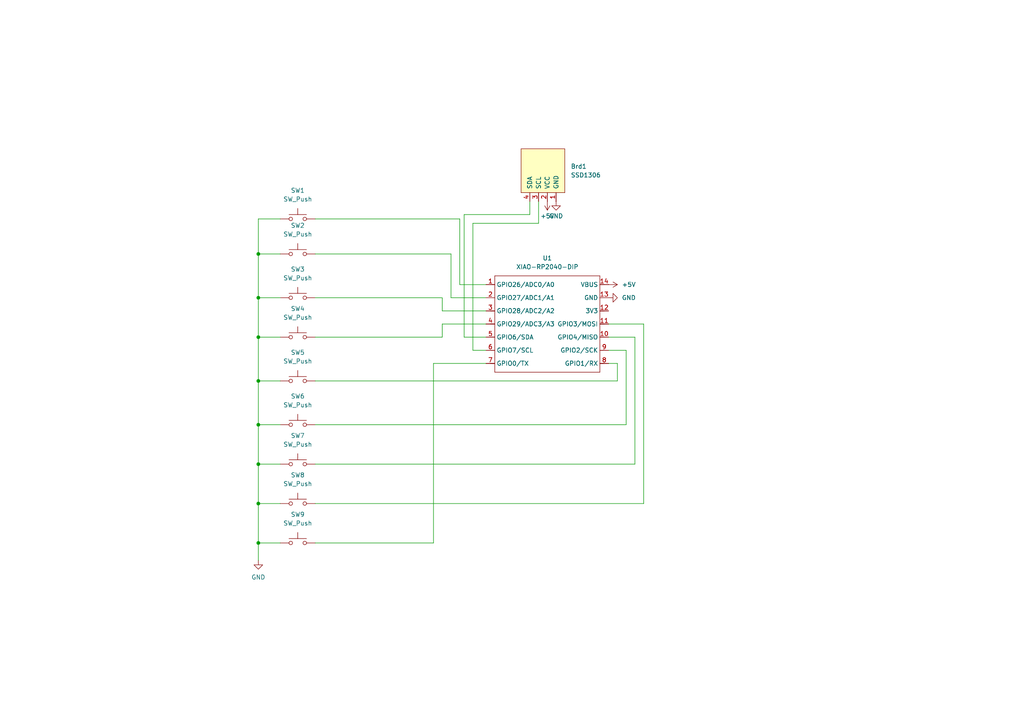
<source format=kicad_sch>
(kicad_sch (version 20250114) (generator "eeschema") (generator_version "9.0")
  (paper "A4")
  (lib_symbols
    (symbol "SSD1306-128x64_OLED:SSD1306" (pin_names (offset 1.016))
      (property "Reference" "Brd" (at 0 -3.81 0))
      (property "Value" "SSD1306" (at 0 -1.27 0))
      (symbol "SSD1306_0_1"
        (rectangle (start -6.35 6.35) (end 6.35 -6.35) (fill (type background)))
      )
      (symbol "SSD1306_1_1"
        (pin input line (at -3.81 8.89 270) (length 2.54) (name "GND") (number "1"))
        (pin input line (at -1.27 8.89 270) (length 2.54) (name "VCC") (number "2"))
        (pin input line (at 1.27 8.89 270) (length 2.54) (name "SCL") (number "3"))
        (pin input line (at 3.81 8.89 270) (length 2.54) (name "SDA") (number "4"))
      )
    )
    (symbol "Seeed_Studio_XIAO_Series:XIAO-RP2040-DIP"
      (property "Reference" "U" (at 0 0 0))
      (property "Value" "XIAO-RP2040-DIP" (at 5.334 -1.778 0))
      (symbol "XIAO-RP2040-DIP_1_0"
        (polyline (pts (xy -1.27 -2.54) (xy 29.21 -2.54)) (stroke (width 0.1524)))
        (polyline (pts (xy -1.27 -5.08) (xy -2.54 -5.08)) (stroke (width 0.1524)))
        (polyline (pts (xy -1.27 -5.08) (xy -1.27 -2.54)) (stroke (width 0.1524)))
        (polyline (pts (xy -1.27 -8.89) (xy -2.54 -8.89)) (stroke (width 0.1524)))
        (polyline (pts (xy -1.27 -8.89) (xy -1.27 -5.08)) (stroke (width 0.1524)))
        (polyline (pts (xy -1.27 -12.7) (xy -2.54 -12.7)) (stroke (width 0.1524)))
        (polyline (pts (xy -1.27 -12.7) (xy -1.27 -8.89)) (stroke (width 0.1524)))
        (polyline (pts (xy -1.27 -16.51) (xy -2.54 -16.51)) (stroke (width 0.1524)))
        (polyline (pts (xy -1.27 -16.51) (xy -1.27 -12.7)) (stroke (width 0.1524)))
        (polyline (pts (xy -1.27 -20.32) (xy -2.54 -20.32)) (stroke (width 0.1524)))
        (polyline (pts (xy -1.27 -24.13) (xy -2.54 -24.13)) (stroke (width 0.1524)))
        (polyline (pts (xy -1.27 -27.94) (xy -2.54 -27.94)) (stroke (width 0.1524)))
        (polyline (pts (xy -1.27 -30.48) (xy -1.27 -16.51)) (stroke (width 0.1524)))
        (polyline (pts (xy 29.21 -2.54) (xy 29.21 -5.08)) (stroke (width 0.1524)))
        (polyline (pts (xy 29.21 -5.08) (xy 29.21 -8.89)) (stroke (width 0.1524)))
        (polyline (pts (xy 29.21 -8.89) (xy 29.21 -12.7)) (stroke (width 0.1524)))
        (polyline (pts (xy 29.21 -12.7) (xy 29.21 -30.48)) (stroke (width 0.1524)))
        (polyline (pts (xy 29.21 -30.48) (xy -1.27 -30.48)) (stroke (width 0.1524)))
        (polyline (pts (xy 30.48 -5.08) (xy 29.21 -5.08)) (stroke (width 0.1524)))
        (polyline (pts (xy 30.48 -8.89) (xy 29.21 -8.89)) (stroke (width 0.1524)))
        (polyline (pts (xy 30.48 -12.7) (xy 29.21 -12.7)) (stroke (width 0.1524)))
        (polyline (pts (xy 30.48 -16.51) (xy 29.21 -16.51)) (stroke (width 0.1524)))
        (polyline (pts (xy 30.48 -20.32) (xy 29.21 -20.32)) (stroke (width 0.1524)))
        (polyline (pts (xy 30.48 -24.13) (xy 29.21 -24.13)) (stroke (width 0.1524)))
        (polyline (pts (xy 30.48 -27.94) (xy 29.21 -27.94)) (stroke (width 0.1524)))
        (pin passive line (at -3.81 -5.08 0) (length 2.54) (name "GPIO26/ADC0/A0") (number "1"))
        (pin passive line (at -3.81 -8.89 0) (length 2.54) (name "GPIO27/ADC1/A1") (number "2"))
        (pin passive line (at -3.81 -12.7 0) (length 2.54) (name "GPIO28/ADC2/A2") (number "3"))
        (pin passive line (at -3.81 -16.51 0) (length 2.54) (name "GPIO29/ADC3/A3") (number "4"))
        (pin passive line (at -3.81 -20.32 0) (length 2.54) (name "GPIO6/SDA") (number "5"))
        (pin passive line (at -3.81 -24.13 0) (length 2.54) (name "GPIO7/SCL") (number "6"))
        (pin passive line (at -3.81 -27.94 0) (length 2.54) (name "GPIO0/TX") (number "7"))
        (pin passive line (at 31.75 -5.08 180) (length 2.54) (name "VBUS") (number "14"))
        (pin passive line (at 31.75 -8.89 180) (length 2.54) (name "GND") (number "13"))
        (pin passive line (at 31.75 -12.7 180) (length 2.54) (name "3V3") (number "12"))
        (pin passive line (at 31.75 -16.51 180) (length 2.54) (name "GPIO3/MOSI") (number "11"))
        (pin passive line (at 31.75 -20.32 180) (length 2.54) (name "GPIO4/MISO") (number "10"))
        (pin passive line (at 31.75 -24.13 180) (length 2.54) (name "GPIO2/SCK") (number "9"))
        (pin passive line (at 31.75 -27.94 180) (length 2.54) (name "GPIO1/RX") (number "8"))
      )
    )
    (symbol "Switch:SW_Push" (pin_numbers (hide yes)) (pin_names (offset 1.016) (hide yes))
      (property "Reference" "SW" (at 1.27 2.54 0))
      (property "Value" "SW_Push" (at 0 -1.524 0))
      (symbol "SW_Push_0_1"
        (circle (center -2.032 0) (radius 0.508))
        (polyline (pts (xy 0 1.27) (xy 0 3.048)))
        (circle (center 2.032 0) (radius 0.508))
        (polyline (pts (xy 2.54 1.27) (xy -2.54 1.27)))
        (pin passive line (at -5.08 0 0) (length 2.54) (name "1") (number "1"))
        (pin passive line (at 5.08 0 180) (length 2.54) (name "2") (number "2"))
      )
    )
    (symbol "power:+5V" (power) (pin_numbers (hide yes)) (pin_names (offset 0) (hide yes))
      (property "Value" "+5V" (at 0 3.556 0))
      (symbol "+5V_0_1"
        (polyline (pts (xy -0.762 1.27) (xy 0 2.54)))
        (polyline (pts (xy 0 2.54) (xy 0.762 1.27)))
        (polyline (pts (xy 0 0) (xy 0 2.54)))
      )
      (symbol "+5V_1_1"
        (pin power_in line (at 0 0 90) (length 0) (name "~") (number "1"))
      )
    )
    (symbol "power:GND" (power) (pin_numbers (hide yes)) (pin_names (offset 0) (hide yes))
      (property "Value" "GND" (at 0 -3.81 0))
      (symbol "GND_0_1"
        (polyline (pts (xy 0 0) (xy 0 -1.27) (xy 1.27 -1.27) (xy 0 -2.54) (xy -1.27 -1.27) (xy 0 -1.27)))
      )
      (symbol "GND_1_1"
        (pin power_in line (at 0 0 270) (length 0) (name "~") (number "1"))
      )
    )
  )
  (junction (at 74.93 123.19))
  (junction (at 74.93 73.66))
  (junction (at 74.93 134.62))
  (junction (at 74.93 110.49))
  (junction (at 74.93 146.05))
  (junction (at 74.93 86.36))
  (junction (at 74.93 97.79))
  (junction (at 74.93 157.48))
  (wire (pts (xy 74.93 86.36) (xy 74.93 97.79)))
  (wire (pts (xy 153.67 62.23) (xy 153.67 58.42)))
  (wire (pts (xy 133.35 63.5) (xy 133.35 82.55)))
  (wire (pts (xy 91.44 97.79) (xy 128.27 97.79)))
  (wire (pts (xy 133.35 82.55) (xy 140.97 82.55)))
  (wire (pts (xy 130.81 73.66) (xy 130.81 86.36)))
  (wire (pts (xy 74.93 97.79) (xy 81.28 97.79)))
  (wire (pts (xy 128.27 93.98) (xy 140.97 93.98)))
  (wire (pts (xy 91.44 123.19) (xy 181.61 123.19)))
  (wire (pts (xy 156.21 58.42) (xy 156.21 64.77)))
  (wire (pts (xy 91.44 134.62) (xy 184.15 134.62)))
  (wire (pts (xy 74.93 97.79) (xy 74.93 110.49)))
  (wire (pts (xy 181.61 123.19) (xy 181.61 101.6)))
  (wire (pts (xy 91.44 86.36) (xy 128.27 86.36)))
  (wire (pts (xy 128.27 86.36) (xy 128.27 90.17)))
  (wire (pts (xy 179.07 110.49) (xy 179.07 105.41)))
  (wire (pts (xy 137.16 101.6) (xy 140.97 101.6)))
  (wire (pts (xy 184.15 97.79) (xy 176.53 97.79)))
  (wire (pts (xy 74.93 134.62) (xy 81.28 134.62)))
  (wire (pts (xy 74.93 157.48) (xy 81.28 157.48)))
  (wire (pts (xy 179.07 105.41) (xy 176.53 105.41)))
  (wire (pts (xy 74.93 123.19) (xy 81.28 123.19)))
  (wire (pts (xy 91.44 63.5) (xy 133.35 63.5)))
  (wire (pts (xy 125.73 105.41) (xy 140.97 105.41)))
  (wire (pts (xy 156.21 64.77) (xy 137.16 64.77)))
  (wire (pts (xy 91.44 110.49) (xy 179.07 110.49)))
  (wire (pts (xy 74.93 146.05) (xy 74.93 157.48)))
  (wire (pts (xy 74.93 123.19) (xy 74.93 134.62)))
  (wire (pts (xy 74.93 134.62) (xy 74.93 146.05)))
  (wire (pts (xy 125.73 157.48) (xy 125.73 105.41)))
  (wire (pts (xy 140.97 97.79) (xy 134.62 97.79)))
  (wire (pts (xy 74.93 73.66) (xy 74.93 86.36)))
  (wire (pts (xy 74.93 63.5) (xy 74.93 73.66)))
  (wire (pts (xy 128.27 97.79) (xy 128.27 93.98)))
  (wire (pts (xy 181.61 101.6) (xy 176.53 101.6)))
  (wire (pts (xy 74.93 146.05) (xy 81.28 146.05)))
  (wire (pts (xy 128.27 90.17) (xy 140.97 90.17)))
  (wire (pts (xy 74.93 110.49) (xy 74.93 123.19)))
  (wire (pts (xy 186.69 93.98) (xy 176.53 93.98)))
  (wire (pts (xy 91.44 157.48) (xy 125.73 157.48)))
  (wire (pts (xy 130.81 86.36) (xy 140.97 86.36)))
  (wire (pts (xy 74.93 73.66) (xy 81.28 73.66)))
  (wire (pts (xy 74.93 86.36) (xy 81.28 86.36)))
  (wire (pts (xy 134.62 62.23) (xy 153.67 62.23)))
  (wire (pts (xy 134.62 97.79) (xy 134.62 62.23)))
  (wire (pts (xy 81.28 63.5) (xy 74.93 63.5)))
  (wire (pts (xy 74.93 110.49) (xy 81.28 110.49)))
  (wire (pts (xy 184.15 134.62) (xy 184.15 97.79)))
  (wire (pts (xy 137.16 64.77) (xy 137.16 101.6)))
  (wire (pts (xy 91.44 73.66) (xy 130.81 73.66)))
  (wire (pts (xy 186.69 146.05) (xy 186.69 93.98)))
  (wire (pts (xy 91.44 146.05) (xy 186.69 146.05)))
  (wire (pts (xy 74.93 157.48) (xy 74.93 162.56)))
  (symbol (lib_id "power:+5V") (at 176.53 82.55 270) (unit 1)
    (property "Reference" "#PWR04" (effects (hide yes)))
    (property "Value" "+5V" (at 180.34 82.5499 90) (effects (justify left)))
    (property "Description" "Power symbol creates a global label with name \"+5V\"" (effects (hide yes)))
  )
  (symbol (lib_id "power:GND") (at 161.29 58.42 0) (unit 1)
    (property "Reference" "#PWR01" (effects (hide yes)))
    (property "Value" "GND" (at 161.29 62.66 0))
    (property "Description" "Power symbol creates a global label with name \"GND\" , ground" (effects (hide yes)))
  )
  (symbol (lib_id "power:+5V") (at 158.75 58.42 180) (unit 1)
    (property "Reference" "#PWR02" (effects (hide yes)))
    (property "Value" "+5V" (at 158.75 62.66 0))
    (property "Description" "Power symbol creates a global label with name \"+5V\"" (effects (hide yes)))
  )
  (symbol (lib_id "Switch:SW_Push") (at 86.36 110.49 0) (unit 1)
    (property "Reference" "SW5" (at 86.36 102.23 0))
    (property "Value" "SW_Push" (at 86.36 104.77 0))
    (property "Footprint" "Button_Switch_Keyboard:SW_Cherry_MX_1.00u_PCB" (effects (hide yes)))
    (property "Description" "Push button switch, generic, two pins" (effects (hide yes)))
  )
  (symbol (lib_id "Switch:SW_Push") (at 86.36 146.05 0) (unit 1)
    (property "Reference" "SW8" (at 86.36 137.79 0))
    (property "Value" "SW_Push" (at 86.36 140.33 0))
    (property "Footprint" "Button_Switch_Keyboard:SW_Cherry_MX_1.00u_PCB" (effects (hide yes)))
    (property "Description" "Push button switch, generic, two pins" (effects (hide yes)))
  )
  (symbol (lib_id "Switch:SW_Push") (at 86.36 63.5 0) (unit 1)
    (property "Reference" "SW1" (at 86.36 55.24 0))
    (property "Value" "SW_Push" (at 86.36 57.78 0))
    (property "Footprint" "Button_Switch_Keyboard:SW_Cherry_MX_1.00u_PCB" (effects (hide yes)))
    (property "Description" "Push button switch, generic, two pins" (effects (hide yes)))
  )
  (symbol (lib_id "Seeed_Studio_XIAO_Series:XIAO-RP2040-DIP") (at 144.78 77.47 0) (unit 1)
    (property "Reference" "U1" (at 158.75 74.87 0))
    (property "Value" "XIAO-RP2040-DIP" (at 158.75 77.41 0))
    (property "Footprint" "Seeed Studio XIAO Series Library:XIAO-RP2040-DIP" (effects (hide yes)))
  )
  (symbol (lib_id "Switch:SW_Push") (at 86.36 86.36 0) (unit 1)
    (property "Reference" "SW3" (at 86.36 78.1 0))
    (property "Value" "SW_Push" (at 86.36 80.64 0))
    (property "Footprint" "Button_Switch_Keyboard:SW_Cherry_MX_1.00u_PCB" (effects (hide yes)))
    (property "Description" "Push button switch, generic, two pins" (effects (hide yes)))
  )
  (symbol (lib_id "Switch:SW_Push") (at 86.36 97.79 0) (unit 1)
    (property "Reference" "SW4" (at 86.36 89.53 0))
    (property "Value" "SW_Push" (at 86.36 92.07 0))
    (property "Footprint" "Button_Switch_Keyboard:SW_Cherry_MX_1.00u_PCB" (effects (hide yes)))
    (property "Description" "Push button switch, generic, two pins" (effects (hide yes)))
  )
  (symbol (lib_id "power:GND") (at 176.53 86.36 90) (unit 1)
    (property "Reference" "#PWR05" (effects (hide yes)))
    (property "Value" "GND" (at 180.34 86.3599 90) (effects (justify right)))
    (property "Description" "Power symbol creates a global label with name \"GND\" , ground" (effects (hide yes)))
  )
  (symbol (lib_id "Switch:SW_Push") (at 86.36 73.66 0) (unit 1)
    (property "Reference" "SW2" (at 86.36 65.4 0))
    (property "Value" "SW_Push" (at 86.36 67.94 0))
    (property "Footprint" "Button_Switch_Keyboard:SW_Cherry_MX_1.00u_PCB" (effects (hide yes)))
    (property "Description" "Push button switch, generic, two pins" (effects (hide yes)))
  )
  (symbol (lib_id "Switch:SW_Push") (at 86.36 134.62 0) (unit 1)
    (property "Reference" "SW7" (at 86.36 126.36 0))
    (property "Value" "SW_Push" (at 86.36 128.9 0))
    (property "Footprint" "Button_Switch_Keyboard:SW_Cherry_MX_1.00u_PCB" (effects (hide yes)))
    (property "Description" "Push button switch, generic, two pins" (effects (hide yes)))
  )
  (symbol (lib_id "power:GND") (at 74.93 162.56 0) (unit 1)
    (property "Reference" "#PWR03" (effects (hide yes)))
    (property "Value" "GND" (at 74.93 167.42 0))
    (property "Description" "Power symbol creates a global label with name \"GND\" , ground" (effects (hide yes)))
  )
  (symbol (lib_id "SSD1306-128x64_OLED:SSD1306") (at 157.48 49.53 180) (unit 1)
    (property "Reference" "Brd1" (at 165.54 48.2599 0) (effects (justify right)))
    (property "Value" "SSD1306" (at 165.54 50.7999 0) (effects (justify right)))
    (property "Footprint" "SSD1306-0.91-OLED-4pin-128x32:SSD1306-0.91-OLED-4pin-128x32" (effects (hide yes)))
    (property "Description" "SSD1306 OLED" (effects (hide yes)))
  )
  (symbol (lib_id "Switch:SW_Push") (at 86.36 123.19 0) (unit 1)
    (property "Reference" "SW6" (at 86.36 114.93 0))
    (property "Value" "SW_Push" (at 86.36 117.47 0))
    (property "Footprint" "Button_Switch_Keyboard:SW_Cherry_MX_1.00u_PCB" (effects (hide yes)))
    (property "Description" "Push button switch, generic, two pins" (effects (hide yes)))
  )
  (symbol (lib_id "Switch:SW_Push") (at 86.36 157.48 0) (unit 1)
    (property "Reference" "SW9" (at 86.36 149.22 0))
    (property "Value" "SW_Push" (at 86.36 151.76 0))
    (property "Footprint" "Button_Switch_Keyboard:SW_Cherry_MX_1.00u_PCB" (effects (hide yes)))
    (property "Description" "Push button switch, generic, two pins" (effects (hide yes)))
  )
)
</source>
